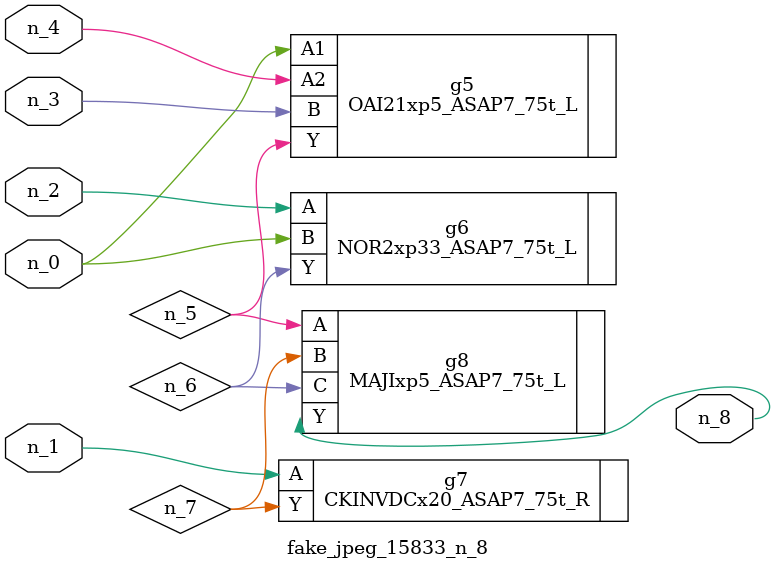
<source format=v>
module fake_jpeg_15833_n_8 (n_3, n_2, n_1, n_0, n_4, n_8);

input n_3;
input n_2;
input n_1;
input n_0;
input n_4;

output n_8;

wire n_6;
wire n_5;
wire n_7;

OAI21xp5_ASAP7_75t_L g5 ( 
.A1(n_0),
.A2(n_4),
.B(n_3),
.Y(n_5)
);

NOR2xp33_ASAP7_75t_L g6 ( 
.A(n_2),
.B(n_0),
.Y(n_6)
);

CKINVDCx20_ASAP7_75t_R g7 ( 
.A(n_1),
.Y(n_7)
);

MAJIxp5_ASAP7_75t_L g8 ( 
.A(n_5),
.B(n_7),
.C(n_6),
.Y(n_8)
);


endmodule
</source>
